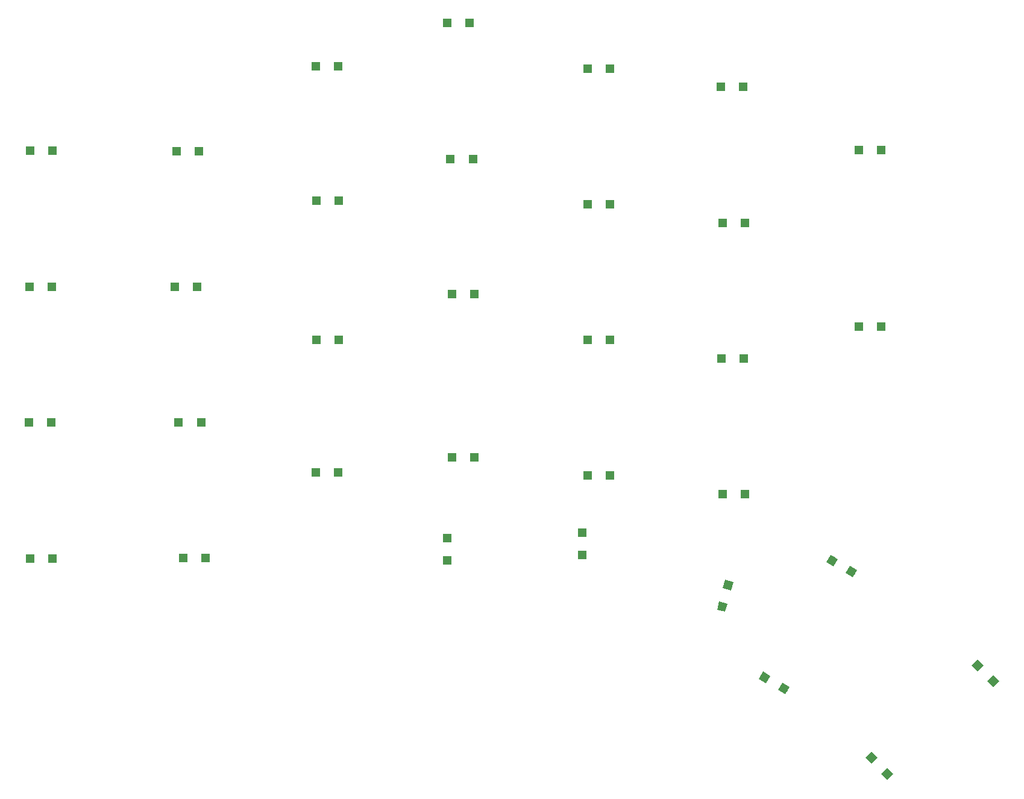
<source format=gtp>
G04 #@! TF.GenerationSoftware,KiCad,Pcbnew,(5.0.2-5-10.14)*
G04 #@! TF.CreationDate,2020-12-04T11:41:37+07:00*
G04 #@! TF.ProjectId,ki-redox,6b692d72-6564-46f7-982e-6b696361645f,1.0*
G04 #@! TF.SameCoordinates,Original*
G04 #@! TF.FileFunction,Paste,Top*
G04 #@! TF.FilePolarity,Positive*
%FSLAX46Y46*%
G04 Gerber Fmt 4.6, Leading zero omitted, Abs format (unit mm)*
G04 Created by KiCad (PCBNEW (5.0.2-5-10.14)) date 2020 December 04, Friday 11:41:37*
%MOMM*%
%LPD*%
G01*
G04 APERTURE LIST*
%ADD10C,1.200000*%
%ADD11C,0.100000*%
%ADD12R,1.200000X1.200000*%
G04 APERTURE END LIST*
D10*
G04 #@! TO.C,D36*
X225644505Y-156484505D03*
D11*
G36*
X226493033Y-156484505D02*
X225644505Y-157333033D01*
X224795977Y-156484505D01*
X225644505Y-155635977D01*
X226493033Y-156484505D01*
X226493033Y-156484505D01*
G37*
D10*
X223417119Y-154257119D03*
D11*
G36*
X224265647Y-154257119D02*
X223417119Y-155105647D01*
X222568591Y-154257119D01*
X223417119Y-153408591D01*
X224265647Y-154257119D01*
X224265647Y-154257119D01*
G37*
G04 #@! TD*
D10*
G04 #@! TO.C,D46*
X210750000Y-169500000D03*
D11*
G36*
X211598528Y-169500000D02*
X210750000Y-170348528D01*
X209901472Y-169500000D01*
X210750000Y-168651472D01*
X211598528Y-169500000D01*
X211598528Y-169500000D01*
G37*
D10*
X208522614Y-167272614D03*
D11*
G36*
X209371142Y-167272614D02*
X208522614Y-168121142D01*
X207674086Y-167272614D01*
X208522614Y-166424086D01*
X209371142Y-167272614D01*
X209371142Y-167272614D01*
G37*
G04 #@! TD*
D12*
G04 #@! TO.C,D0*
X90285000Y-82000000D03*
X93435000Y-82000000D03*
G04 #@! TD*
G04 #@! TO.C,D1*
X110875000Y-82020000D03*
X114025000Y-82020000D03*
G04 #@! TD*
G04 #@! TO.C,D2*
X130475000Y-70120000D03*
X133625000Y-70120000D03*
G04 #@! TD*
G04 #@! TO.C,D3*
X148895000Y-64030000D03*
X152045000Y-64030000D03*
G04 #@! TD*
G04 #@! TO.C,D4*
X168605000Y-70485000D03*
X171755000Y-70485000D03*
G04 #@! TD*
G04 #@! TO.C,D5*
X187365000Y-73030000D03*
X190515000Y-73030000D03*
G04 #@! TD*
G04 #@! TO.C,D6*
X206705000Y-81915000D03*
X209855000Y-81915000D03*
G04 #@! TD*
G04 #@! TO.C,D10*
X90215000Y-101110000D03*
X93365000Y-101110000D03*
G04 #@! TD*
G04 #@! TO.C,D11*
X110615000Y-101100000D03*
X113765000Y-101100000D03*
G04 #@! TD*
G04 #@! TO.C,D12*
X130535000Y-89040000D03*
X133685000Y-89040000D03*
G04 #@! TD*
G04 #@! TO.C,D13*
X149365000Y-83180000D03*
X152515000Y-83180000D03*
G04 #@! TD*
G04 #@! TO.C,D14*
X168605000Y-89535000D03*
X171755000Y-89535000D03*
G04 #@! TD*
G04 #@! TO.C,D15*
X187565000Y-92110000D03*
X190715000Y-92110000D03*
G04 #@! TD*
G04 #@! TO.C,D16*
X206705000Y-106680000D03*
X209855000Y-106680000D03*
G04 #@! TD*
G04 #@! TO.C,D20*
X90115000Y-120150000D03*
X93265000Y-120150000D03*
G04 #@! TD*
G04 #@! TO.C,D21*
X111185000Y-120140000D03*
X114335000Y-120140000D03*
G04 #@! TD*
G04 #@! TO.C,D22*
X130505000Y-108585000D03*
X133655000Y-108585000D03*
G04 #@! TD*
G04 #@! TO.C,D23*
X149555000Y-102160000D03*
X152705000Y-102160000D03*
G04 #@! TD*
G04 #@! TO.C,D24*
X168605000Y-108585000D03*
X171755000Y-108585000D03*
G04 #@! TD*
G04 #@! TO.C,D25*
X187455000Y-111150000D03*
X190605000Y-111150000D03*
G04 #@! TD*
D10*
G04 #@! TO.C,D26*
X202974279Y-139562500D03*
D11*
G36*
X203793894Y-139342885D02*
X203193894Y-140382115D01*
X202154664Y-139782115D01*
X202754664Y-138742885D01*
X203793894Y-139342885D01*
X203793894Y-139342885D01*
G37*
D10*
X205702259Y-141137500D03*
D11*
G36*
X206521874Y-140917885D02*
X205921874Y-141957115D01*
X204882644Y-141357115D01*
X205482644Y-140317885D01*
X206521874Y-140917885D01*
X206521874Y-140917885D01*
G37*
G04 #@! TD*
D12*
G04 #@! TO.C,D30*
X90305000Y-139320000D03*
X93455000Y-139320000D03*
G04 #@! TD*
G04 #@! TO.C,D31*
X111785000Y-139170000D03*
X114935000Y-139170000D03*
G04 #@! TD*
G04 #@! TO.C,D32*
X130475000Y-127190000D03*
X133625000Y-127190000D03*
G04 #@! TD*
G04 #@! TO.C,D33*
X149555000Y-125095000D03*
X152705000Y-125095000D03*
G04 #@! TD*
G04 #@! TO.C,D34*
X168605000Y-127635000D03*
X171755000Y-127635000D03*
G04 #@! TD*
G04 #@! TO.C,D35*
X187565000Y-130220000D03*
X190715000Y-130220000D03*
G04 #@! TD*
G04 #@! TO.C,D42*
X148910000Y-139565000D03*
X148910000Y-136415000D03*
G04 #@! TD*
G04 #@! TO.C,D43*
X167890000Y-138785000D03*
X167890000Y-135635000D03*
G04 #@! TD*
D10*
G04 #@! TO.C,D44*
X187552360Y-146047333D03*
D11*
G36*
X187128096Y-145312486D02*
X188287207Y-145623069D01*
X187976624Y-146782180D01*
X186817513Y-146471597D01*
X187128096Y-145312486D01*
X187128096Y-145312486D01*
G37*
D10*
X188367640Y-143004667D03*
D11*
G36*
X187943376Y-142269820D02*
X189102487Y-142580403D01*
X188791904Y-143739514D01*
X187632793Y-143428931D01*
X187943376Y-142269820D01*
X187943376Y-142269820D01*
G37*
G04 #@! TD*
D10*
G04 #@! TO.C,D45*
X193494279Y-155982500D03*
D11*
G36*
X194313894Y-155762885D02*
X193713894Y-156802115D01*
X192674664Y-156202115D01*
X193274664Y-155162885D01*
X194313894Y-155762885D01*
X194313894Y-155762885D01*
G37*
D10*
X196222259Y-157557500D03*
D11*
G36*
X197041874Y-157337885D02*
X196441874Y-158377115D01*
X195402644Y-157777115D01*
X196002644Y-156737885D01*
X197041874Y-157337885D01*
X197041874Y-157337885D01*
G37*
G04 #@! TD*
M02*

</source>
